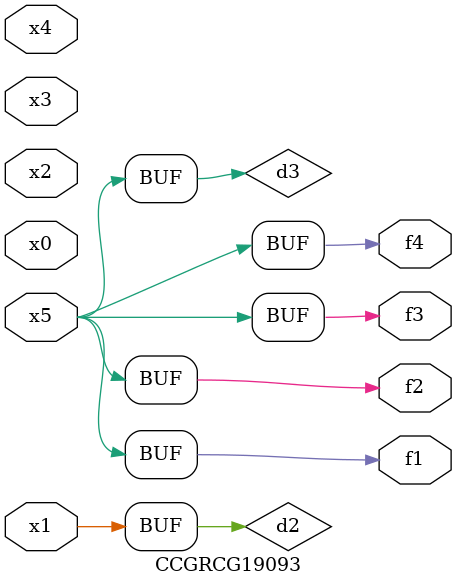
<source format=v>
module CCGRCG19093(
	input x0, x1, x2, x3, x4, x5,
	output f1, f2, f3, f4
);

	wire d1, d2, d3;

	not (d1, x5);
	or (d2, x1);
	xnor (d3, d1);
	assign f1 = d3;
	assign f2 = d3;
	assign f3 = d3;
	assign f4 = d3;
endmodule

</source>
